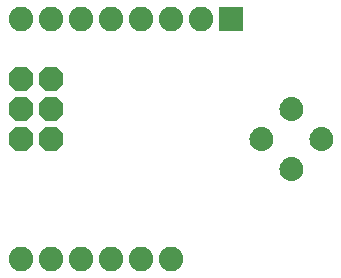
<source format=gbr>
G04 EAGLE Gerber RS-274X export*
G75*
%MOMM*%
%FSLAX34Y34*%
%LPD*%
%INSoldermask Bottom*%
%IPPOS*%
%AMOC8*
5,1,8,0,0,1.08239X$1,22.5*%
G01*
%ADD10P,2.254402X8X112.500000*%
%ADD11C,2.082800*%
%ADD12R,2.082800X2.082800*%

G36*
X241424Y129547D02*
X241424Y129547D01*
X243159Y129718D01*
X243202Y129728D01*
X243246Y129729D01*
X243403Y129766D01*
X245071Y130272D01*
X245111Y130290D01*
X245154Y130301D01*
X245300Y130367D01*
X246837Y131189D01*
X246873Y131214D01*
X246914Y131233D01*
X247044Y131327D01*
X248391Y132433D01*
X248422Y132465D01*
X248458Y132491D01*
X248567Y132609D01*
X249673Y133956D01*
X249696Y133993D01*
X249726Y134026D01*
X249811Y134163D01*
X250633Y135700D01*
X250648Y135741D01*
X250671Y135779D01*
X250728Y135930D01*
X251234Y137597D01*
X251241Y137641D01*
X251256Y137682D01*
X251282Y137841D01*
X251453Y139576D01*
X251453Y139596D01*
X251456Y139614D01*
X251455Y139638D01*
X251459Y139664D01*
X251453Y139824D01*
X251282Y141559D01*
X251273Y141602D01*
X251271Y141646D01*
X251234Y141803D01*
X250728Y143471D01*
X250710Y143511D01*
X250699Y143554D01*
X250633Y143700D01*
X249811Y145237D01*
X249786Y145273D01*
X249767Y145314D01*
X249673Y145444D01*
X249562Y145580D01*
X248567Y146791D01*
X248535Y146822D01*
X248509Y146858D01*
X248391Y146967D01*
X247044Y148073D01*
X247007Y148096D01*
X246974Y148126D01*
X246837Y148211D01*
X245300Y149033D01*
X245259Y149048D01*
X245221Y149071D01*
X245071Y149128D01*
X243403Y149634D01*
X243359Y149641D01*
X243318Y149656D01*
X243159Y149682D01*
X241424Y149853D01*
X241380Y149852D01*
X241337Y149859D01*
X241176Y149853D01*
X239441Y149682D01*
X239398Y149673D01*
X239354Y149671D01*
X239197Y149634D01*
X237530Y149128D01*
X237489Y149110D01*
X237446Y149099D01*
X237300Y149033D01*
X235763Y148211D01*
X235727Y148186D01*
X235686Y148167D01*
X235556Y148073D01*
X234209Y146967D01*
X234178Y146935D01*
X234143Y146909D01*
X234033Y146791D01*
X232927Y145444D01*
X232904Y145407D01*
X232874Y145374D01*
X232789Y145237D01*
X231967Y143700D01*
X231952Y143659D01*
X231929Y143621D01*
X231872Y143471D01*
X231366Y141803D01*
X231359Y141759D01*
X231344Y141718D01*
X231318Y141559D01*
X231147Y139824D01*
X231148Y139795D01*
X231144Y139775D01*
X231145Y139759D01*
X231141Y139737D01*
X231147Y139576D01*
X231318Y137841D01*
X231328Y137798D01*
X231329Y137754D01*
X231366Y137597D01*
X231872Y135930D01*
X231890Y135889D01*
X231901Y135846D01*
X231967Y135700D01*
X232789Y134163D01*
X232814Y134127D01*
X232833Y134086D01*
X232927Y133956D01*
X234033Y132609D01*
X234065Y132578D01*
X234091Y132543D01*
X234209Y132433D01*
X235556Y131327D01*
X235593Y131304D01*
X235626Y131274D01*
X235763Y131189D01*
X237300Y130367D01*
X237341Y130352D01*
X237379Y130329D01*
X237530Y130272D01*
X239197Y129766D01*
X239241Y129759D01*
X239282Y129744D01*
X239441Y129718D01*
X241176Y129547D01*
X241220Y129548D01*
X241264Y129541D01*
X241424Y129547D01*
G37*
G36*
X266824Y104147D02*
X266824Y104147D01*
X268559Y104318D01*
X268602Y104328D01*
X268646Y104329D01*
X268803Y104366D01*
X270471Y104872D01*
X270511Y104890D01*
X270554Y104901D01*
X270700Y104967D01*
X272237Y105789D01*
X272273Y105814D01*
X272314Y105833D01*
X272444Y105927D01*
X273791Y107033D01*
X273822Y107065D01*
X273858Y107091D01*
X273967Y107209D01*
X275073Y108556D01*
X275096Y108593D01*
X275126Y108626D01*
X275211Y108763D01*
X276033Y110300D01*
X276048Y110341D01*
X276071Y110379D01*
X276128Y110530D01*
X276634Y112197D01*
X276641Y112241D01*
X276656Y112282D01*
X276682Y112441D01*
X276853Y114176D01*
X276853Y114196D01*
X276856Y114214D01*
X276855Y114238D01*
X276859Y114264D01*
X276853Y114424D01*
X276682Y116159D01*
X276673Y116202D01*
X276671Y116246D01*
X276634Y116403D01*
X276128Y118071D01*
X276110Y118111D01*
X276099Y118154D01*
X276033Y118300D01*
X275211Y119837D01*
X275186Y119873D01*
X275167Y119914D01*
X275073Y120044D01*
X274962Y120180D01*
X273967Y121391D01*
X273935Y121422D01*
X273909Y121458D01*
X273791Y121567D01*
X272444Y122673D01*
X272407Y122696D01*
X272374Y122726D01*
X272237Y122811D01*
X270700Y123633D01*
X270659Y123648D01*
X270621Y123671D01*
X270471Y123728D01*
X268803Y124234D01*
X268759Y124241D01*
X268718Y124256D01*
X268559Y124282D01*
X266824Y124453D01*
X266780Y124452D01*
X266737Y124459D01*
X266576Y124453D01*
X264841Y124282D01*
X264798Y124273D01*
X264754Y124271D01*
X264597Y124234D01*
X262930Y123728D01*
X262889Y123710D01*
X262846Y123699D01*
X262700Y123633D01*
X261163Y122811D01*
X261127Y122786D01*
X261086Y122767D01*
X260956Y122673D01*
X259609Y121567D01*
X259578Y121535D01*
X259543Y121509D01*
X259433Y121391D01*
X258327Y120044D01*
X258304Y120007D01*
X258274Y119974D01*
X258189Y119837D01*
X257367Y118300D01*
X257352Y118259D01*
X257329Y118221D01*
X257272Y118071D01*
X256766Y116403D01*
X256759Y116359D01*
X256744Y116318D01*
X256718Y116159D01*
X256547Y114424D01*
X256548Y114395D01*
X256544Y114375D01*
X256545Y114359D01*
X256541Y114337D01*
X256547Y114176D01*
X256718Y112441D01*
X256728Y112398D01*
X256729Y112354D01*
X256766Y112197D01*
X257272Y110530D01*
X257290Y110489D01*
X257301Y110446D01*
X257367Y110300D01*
X258189Y108763D01*
X258214Y108727D01*
X258233Y108686D01*
X258327Y108556D01*
X259433Y107209D01*
X259465Y107178D01*
X259491Y107143D01*
X259609Y107033D01*
X260956Y105927D01*
X260993Y105904D01*
X261026Y105874D01*
X261163Y105789D01*
X262700Y104967D01*
X262741Y104952D01*
X262779Y104929D01*
X262930Y104872D01*
X264597Y104366D01*
X264641Y104359D01*
X264682Y104344D01*
X264841Y104318D01*
X266576Y104147D01*
X266620Y104148D01*
X266664Y104141D01*
X266824Y104147D01*
G37*
G36*
X216024Y104147D02*
X216024Y104147D01*
X217759Y104318D01*
X217802Y104328D01*
X217846Y104329D01*
X218003Y104366D01*
X219671Y104872D01*
X219711Y104890D01*
X219754Y104901D01*
X219900Y104967D01*
X221437Y105789D01*
X221473Y105814D01*
X221514Y105833D01*
X221644Y105927D01*
X222991Y107033D01*
X223022Y107065D01*
X223058Y107091D01*
X223167Y107209D01*
X224273Y108556D01*
X224296Y108593D01*
X224326Y108626D01*
X224411Y108763D01*
X225233Y110300D01*
X225248Y110341D01*
X225271Y110379D01*
X225328Y110530D01*
X225834Y112197D01*
X225841Y112241D01*
X225856Y112282D01*
X225882Y112441D01*
X226053Y114176D01*
X226053Y114196D01*
X226056Y114214D01*
X226055Y114238D01*
X226059Y114264D01*
X226053Y114424D01*
X225882Y116159D01*
X225873Y116202D01*
X225871Y116246D01*
X225834Y116403D01*
X225328Y118071D01*
X225310Y118111D01*
X225299Y118154D01*
X225233Y118300D01*
X224411Y119837D01*
X224386Y119873D01*
X224367Y119914D01*
X224273Y120044D01*
X224162Y120180D01*
X223167Y121391D01*
X223135Y121422D01*
X223109Y121458D01*
X222991Y121567D01*
X221644Y122673D01*
X221607Y122696D01*
X221574Y122726D01*
X221437Y122811D01*
X219900Y123633D01*
X219859Y123648D01*
X219821Y123671D01*
X219671Y123728D01*
X218003Y124234D01*
X217959Y124241D01*
X217918Y124256D01*
X217759Y124282D01*
X216024Y124453D01*
X215980Y124452D01*
X215937Y124459D01*
X215776Y124453D01*
X214041Y124282D01*
X213998Y124273D01*
X213954Y124271D01*
X213797Y124234D01*
X212130Y123728D01*
X212089Y123710D01*
X212046Y123699D01*
X211900Y123633D01*
X210363Y122811D01*
X210327Y122786D01*
X210286Y122767D01*
X210156Y122673D01*
X208809Y121567D01*
X208778Y121535D01*
X208743Y121509D01*
X208633Y121391D01*
X207527Y120044D01*
X207504Y120007D01*
X207474Y119974D01*
X207389Y119837D01*
X206567Y118300D01*
X206552Y118259D01*
X206529Y118221D01*
X206472Y118071D01*
X205966Y116403D01*
X205959Y116359D01*
X205944Y116318D01*
X205918Y116159D01*
X205747Y114424D01*
X205748Y114395D01*
X205744Y114375D01*
X205745Y114359D01*
X205741Y114337D01*
X205747Y114176D01*
X205918Y112441D01*
X205928Y112398D01*
X205929Y112354D01*
X205966Y112197D01*
X206472Y110530D01*
X206490Y110489D01*
X206501Y110446D01*
X206567Y110300D01*
X207389Y108763D01*
X207414Y108727D01*
X207433Y108686D01*
X207527Y108556D01*
X208633Y107209D01*
X208665Y107178D01*
X208691Y107143D01*
X208809Y107033D01*
X210156Y105927D01*
X210193Y105904D01*
X210226Y105874D01*
X210363Y105789D01*
X211900Y104967D01*
X211941Y104952D01*
X211979Y104929D01*
X212130Y104872D01*
X213797Y104366D01*
X213841Y104359D01*
X213882Y104344D01*
X214041Y104318D01*
X215776Y104147D01*
X215820Y104148D01*
X215864Y104141D01*
X216024Y104147D01*
G37*
G36*
X241424Y78747D02*
X241424Y78747D01*
X243159Y78918D01*
X243202Y78928D01*
X243246Y78929D01*
X243403Y78966D01*
X245071Y79472D01*
X245111Y79490D01*
X245154Y79501D01*
X245300Y79567D01*
X246837Y80389D01*
X246873Y80414D01*
X246914Y80433D01*
X247044Y80527D01*
X248391Y81633D01*
X248422Y81665D01*
X248458Y81691D01*
X248567Y81809D01*
X249673Y83156D01*
X249696Y83193D01*
X249726Y83226D01*
X249811Y83363D01*
X250633Y84900D01*
X250648Y84941D01*
X250671Y84979D01*
X250728Y85130D01*
X251234Y86797D01*
X251241Y86841D01*
X251256Y86882D01*
X251282Y87041D01*
X251453Y88776D01*
X251453Y88796D01*
X251456Y88814D01*
X251455Y88838D01*
X251459Y88864D01*
X251453Y89024D01*
X251282Y90759D01*
X251273Y90802D01*
X251271Y90846D01*
X251234Y91003D01*
X250728Y92671D01*
X250710Y92711D01*
X250699Y92754D01*
X250633Y92900D01*
X249811Y94437D01*
X249786Y94473D01*
X249767Y94514D01*
X249673Y94644D01*
X249562Y94780D01*
X248567Y95991D01*
X248535Y96022D01*
X248509Y96058D01*
X248391Y96167D01*
X247044Y97273D01*
X247007Y97296D01*
X246974Y97326D01*
X246837Y97411D01*
X245300Y98233D01*
X245259Y98248D01*
X245221Y98271D01*
X245071Y98328D01*
X243403Y98834D01*
X243359Y98841D01*
X243318Y98856D01*
X243159Y98882D01*
X241424Y99053D01*
X241380Y99052D01*
X241337Y99059D01*
X241176Y99053D01*
X239441Y98882D01*
X239398Y98873D01*
X239354Y98871D01*
X239197Y98834D01*
X237530Y98328D01*
X237489Y98310D01*
X237446Y98299D01*
X237300Y98233D01*
X235763Y97411D01*
X235727Y97386D01*
X235686Y97367D01*
X235556Y97273D01*
X234209Y96167D01*
X234178Y96135D01*
X234143Y96109D01*
X234033Y95991D01*
X232927Y94644D01*
X232904Y94607D01*
X232874Y94574D01*
X232789Y94437D01*
X231967Y92900D01*
X231952Y92859D01*
X231929Y92821D01*
X231872Y92671D01*
X231366Y91003D01*
X231359Y90959D01*
X231344Y90918D01*
X231318Y90759D01*
X231147Y89024D01*
X231148Y88995D01*
X231144Y88975D01*
X231145Y88959D01*
X231141Y88937D01*
X231147Y88776D01*
X231318Y87041D01*
X231328Y86998D01*
X231329Y86954D01*
X231366Y86797D01*
X231872Y85130D01*
X231890Y85089D01*
X231901Y85046D01*
X231967Y84900D01*
X232789Y83363D01*
X232814Y83327D01*
X232833Y83286D01*
X232927Y83156D01*
X234033Y81809D01*
X234065Y81778D01*
X234091Y81743D01*
X234209Y81633D01*
X235556Y80527D01*
X235593Y80504D01*
X235626Y80474D01*
X235763Y80389D01*
X237300Y79567D01*
X237341Y79552D01*
X237379Y79529D01*
X237530Y79472D01*
X239197Y78966D01*
X239241Y78959D01*
X239282Y78944D01*
X239441Y78918D01*
X241176Y78747D01*
X241220Y78748D01*
X241264Y78741D01*
X241424Y78747D01*
G37*
D10*
X38100Y114300D03*
X12700Y114300D03*
X38100Y139700D03*
X12700Y139700D03*
X38100Y165100D03*
X12700Y165100D03*
D11*
X12700Y12700D03*
X38100Y12700D03*
X63500Y12700D03*
X88900Y12700D03*
X114300Y12700D03*
X139700Y12700D03*
D12*
X190500Y215900D03*
D11*
X165100Y215900D03*
X139700Y215900D03*
X114300Y215900D03*
X88900Y215900D03*
X63500Y215900D03*
X38100Y215900D03*
X12700Y215900D03*
M02*

</source>
